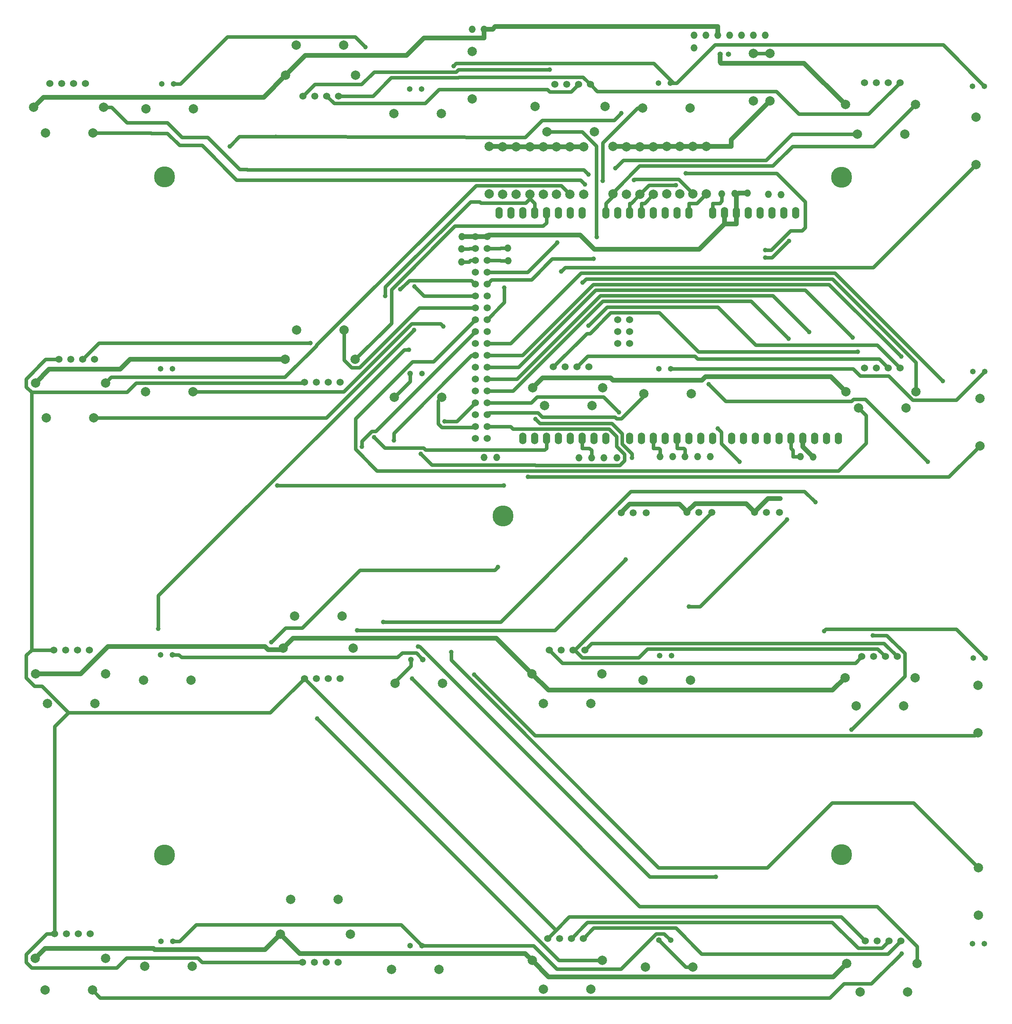
<source format=gbr>
G04 #@! TF.FileFunction,Copper,L1,Top,Signal*
%FSLAX46Y46*%
G04 Gerber Fmt 4.6, Leading zero omitted, Abs format (unit mm)*
G04 Created by KiCad (PCBNEW 0.201502231246+5447~21~ubuntu14.04.1-product) date Thu 19 Mar 2015 19:56:55 AEDT*
%MOMM*%
G01*
G04 APERTURE LIST*
%ADD10C,0.100000*%
%ADD11O,1.219200X1.219200*%
%ADD12O,1.524000X1.524000*%
%ADD13C,1.524000*%
%ADD14C,1.520000*%
%ADD15C,1.998980*%
%ADD16O,1.524000X2.540000*%
%ADD17O,1.168400X1.168400*%
%ADD18C,4.500880*%
%ADD19C,1.000000*%
%ADD20C,1.000000*%
%ADD21C,0.800000*%
G04 APERTURE END LIST*
D10*
D11*
X68707000Y38074600D03*
X71247000Y38074600D03*
X121767600Y37007800D03*
X124307600Y37007800D03*
X175006400Y38227000D03*
X177546400Y38227000D03*
X242265400Y37617400D03*
X244805400Y37617400D03*
X68402200Y-22885400D03*
X70942200Y-22885400D03*
X121843800Y-23901400D03*
X124383800Y-23901400D03*
X175082400Y-22885400D03*
X177622400Y-22885400D03*
X242341400Y-23495000D03*
X244881400Y-23495000D03*
X68402200Y-84048600D03*
X70942200Y-84048600D03*
X122047000Y-85064600D03*
X124587000Y-85064600D03*
X175285400Y-84251800D03*
X177825400Y-84251800D03*
X242417400Y-84785200D03*
X244957400Y-84785200D03*
X68529200Y-145415000D03*
X71069200Y-145415000D03*
X121843800Y-146279000D03*
X124383800Y-146279000D03*
X175107400Y-145161000D03*
X177647400Y-145161000D03*
X242265400Y-145898000D03*
X244805400Y-145898000D03*
D12*
X197891400Y48463200D03*
X195351400Y48463200D03*
X192811400Y48463200D03*
X190271400Y48463200D03*
X187731400Y48463200D03*
X185191400Y48463200D03*
X182651400Y48463200D03*
X201295400Y14401800D03*
X132892400Y2743200D03*
X142798400Y2921000D03*
X132892400Y0D03*
X142824400Y203200D03*
X205384400Y-41706800D03*
X186105400Y-41630600D03*
X183362400Y-41681400D03*
X180695400Y-41681400D03*
X178028400Y-41656000D03*
X175361400Y-41706800D03*
X166116400Y-41935400D03*
X163372400Y-41884600D03*
X160680400Y-41910000D03*
X157988400Y-41960800D03*
X140360400Y-41808400D03*
X137693400Y-41808400D03*
X182651400Y45770800D03*
D13*
X44678600Y38150800D03*
D14*
X47218600Y38150800D03*
D13*
X49758600Y38150800D03*
X52298600Y38150800D03*
X98907600Y35483800D03*
D14*
X101447600Y35483800D03*
D13*
X103987600Y35483800D03*
X106527600Y35483800D03*
X152831400Y37973000D03*
D14*
X155371400Y37973000D03*
D13*
X157911400Y37973000D03*
X160451400Y37973000D03*
X219100400Y38354000D03*
D14*
X221640400Y38354000D03*
D13*
X224180400Y38354000D03*
X226720400Y38354000D03*
X46634400Y-20880000D03*
D14*
X49174400Y-20880000D03*
D13*
X51714400Y-20880000D03*
X54254400Y-20880000D03*
X99237800Y-25730200D03*
D14*
X101777800Y-25730200D03*
D13*
X104317800Y-25730200D03*
X106857800Y-25730200D03*
X152476400Y-22479000D03*
D14*
X155016400Y-22479000D03*
D13*
X157556400Y-22479000D03*
X160096400Y-22479000D03*
X219125400Y-22682200D03*
D14*
X221665400Y-22682200D03*
D13*
X224205400Y-22682200D03*
X226745400Y-22682200D03*
X45593000Y-83032600D03*
D14*
X48133000Y-83032600D03*
D13*
X50673000Y-83032600D03*
X53213000Y-83032600D03*
X99237800Y-89128600D03*
D14*
X101777800Y-89128600D03*
D13*
X104317800Y-89128600D03*
X106857800Y-89128600D03*
X151663400Y-83032600D03*
D14*
X154203400Y-83032600D03*
D13*
X156743400Y-83032600D03*
X159283400Y-83032600D03*
X218541400Y-84455000D03*
D14*
X221081400Y-84455000D03*
D13*
X223621400Y-84455000D03*
X226161400Y-84455000D03*
X45745400Y-143739000D03*
D14*
X48285400Y-143739000D03*
D13*
X50825400Y-143739000D03*
X53365400Y-143739000D03*
X98831400Y-149885000D03*
D14*
X101371400Y-149885000D03*
D13*
X103911400Y-149885000D03*
X106451400Y-149885000D03*
X151282400Y-144780000D03*
D14*
X153822400Y-144780000D03*
D13*
X156362400Y-144780000D03*
X158902400Y-144780000D03*
X219303400Y-145288000D03*
D14*
X221843400Y-145288000D03*
D13*
X224383400Y-145288000D03*
X226923400Y-145288000D03*
D14*
X195630800Y-53568600D03*
X198170800Y-53594000D03*
X200964800Y-53594000D03*
X181152800Y-53568600D03*
X183692800Y-53594000D03*
X186486800Y-53594000D03*
X167055800Y-53695600D03*
X169595800Y-53721000D03*
X172389800Y-53721000D03*
D15*
X218236400Y-156261000D03*
X228396400Y-156261000D03*
X53949600Y27559000D03*
X43789600Y27559000D03*
X107619800Y46355000D03*
X97459800Y46355000D03*
X151155400Y27863800D03*
X161315400Y27863800D03*
X217576400Y27355800D03*
X227736400Y27355800D03*
X54127400Y-33350200D03*
X43967400Y-33350200D03*
X107670600Y-14605000D03*
X97510600Y-14605000D03*
X150647400Y-30708600D03*
X160807400Y-30708600D03*
X217830400Y-31216600D03*
X227990400Y-31216600D03*
X54330600Y-94513400D03*
X44170600Y-94513400D03*
X107289600Y-75819000D03*
X97129600Y-75819000D03*
X150342400Y-94513400D03*
X160502400Y-94513400D03*
X217322400Y-94996000D03*
X227482400Y-94996000D03*
X96266000Y-136398000D03*
X106426000Y-136398000D03*
X43688000Y-155829000D03*
X53848000Y-155829000D03*
X160528400Y-155651000D03*
X150368400Y-155651000D03*
X135153400Y34848800D03*
X135153400Y45008800D03*
X75488800Y32740600D03*
X65328800Y32740600D03*
X128524000Y31724600D03*
X118364000Y31724600D03*
X171602400Y32943800D03*
X181762400Y32943800D03*
X243027400Y20828000D03*
X243027400Y30988000D03*
X75361800Y-27762200D03*
X65201800Y-27762200D03*
X128600200Y-28981400D03*
X118440200Y-28981400D03*
X171881400Y-28168600D03*
X182041400Y-28168600D03*
X243814400Y-39344600D03*
X243814400Y-29184600D03*
X74955400Y-89535000D03*
X64795400Y-89535000D03*
X128803400Y-90144600D03*
X118643400Y-90144600D03*
X171678400Y-89535000D03*
X181838400Y-89535000D03*
X243408400Y-100761800D03*
X243408400Y-90601800D03*
X75158600Y-150724000D03*
X64998600Y-150724000D03*
X127990600Y-151359000D03*
X117830600Y-151359000D03*
X172237400Y-150927000D03*
X182397400Y-150927000D03*
X243535400Y-129642000D03*
X243535400Y-139802000D03*
X182422400Y24688800D03*
X182422400Y14528800D03*
X176834400Y24688800D03*
X176834400Y14528800D03*
X171069400Y24587200D03*
X171069400Y14427200D03*
X165252400Y24739600D03*
X165252400Y14579600D03*
X156032400Y24638000D03*
X156032400Y14478000D03*
X150342400Y24587200D03*
X150342400Y14427200D03*
X144576400Y24587200D03*
X144576400Y14427200D03*
X138785400Y24688800D03*
X138785400Y14528800D03*
X179628400Y24688800D03*
X179628400Y14528800D03*
X185242400Y24688800D03*
X185242400Y14528800D03*
X173913400Y24587200D03*
X173913400Y14427200D03*
X168173400Y24638000D03*
X168173400Y14478000D03*
X159004400Y24638000D03*
X159004400Y14478000D03*
X153187400Y24638000D03*
X153187400Y14478000D03*
X147497400Y24638000D03*
X147497400Y14478000D03*
X141681400Y24587200D03*
X141681400Y14427200D03*
X195376400Y44627800D03*
X195376400Y34467800D03*
D16*
X163728400Y-37795200D03*
X161188400Y-37795200D03*
X158648400Y-37795200D03*
X156108400Y-37795200D03*
X153568400Y-37795200D03*
X151028400Y-37795200D03*
X148488400Y-37795200D03*
X145948400Y-37795200D03*
X140868400Y10464800D03*
X143408400Y10464800D03*
X145948400Y10464800D03*
X148488400Y10464800D03*
X158648400Y10464800D03*
X163728400Y10464800D03*
X166268400Y10464800D03*
X156108400Y10464800D03*
X153568400Y10464800D03*
X151028400Y10464800D03*
X168808400Y10464800D03*
X171348400Y10464800D03*
X173888400Y10464800D03*
X181508400Y10464800D03*
X178968400Y10464800D03*
X176428400Y10464800D03*
X186588400Y10464800D03*
X189128400Y10464800D03*
X191668400Y10464800D03*
X196748400Y10464800D03*
X199288400Y10464800D03*
X168808400Y-37795200D03*
X171348400Y-37795200D03*
X173888400Y-37795200D03*
X176428400Y-37795200D03*
X178968400Y-37795200D03*
X181508400Y-37795200D03*
X184048400Y-37795200D03*
X186588400Y-37795200D03*
X190652400Y-37795200D03*
X193192400Y-37795200D03*
X195732400Y-37795200D03*
X198272400Y-37795200D03*
X200812400Y-37795200D03*
X203352400Y-37795200D03*
X205892400Y-37795200D03*
X208432400Y-37795200D03*
X194208400Y10464800D03*
D13*
X138328400Y-35255200D03*
X135788400Y-35255200D03*
X138328400Y-32715200D03*
X135788400Y-32715200D03*
X138328400Y-30175200D03*
X135788400Y-30175200D03*
X138328400Y-27635200D03*
X135788400Y-27635200D03*
X138328400Y-37795200D03*
X135788400Y-37795200D03*
X135788400Y-25095200D03*
X138328400Y-25095200D03*
X138328400Y-22555200D03*
X135788400Y-22555200D03*
X138328400Y-20015200D03*
X135788400Y-20015200D03*
X138328400Y-17475200D03*
X135788400Y-17475200D03*
X138328400Y-14935200D03*
X135788400Y-14935200D03*
X138328400Y-12395200D03*
X135788400Y-12395200D03*
X138328400Y-9855200D03*
X135788400Y-9855200D03*
X138328400Y-7315200D03*
X135788400Y-7315200D03*
X138328400Y-4775200D03*
X135788400Y-4775200D03*
X138328400Y-2235200D03*
X135788400Y-2235200D03*
X138328400Y304800D03*
X135788400Y304800D03*
X138328400Y2844800D03*
X135788400Y2844800D03*
X138328400Y5384800D03*
X135788400Y5384800D03*
X168808400Y-17475200D03*
X166268400Y-17475200D03*
X168808400Y-14935200D03*
X166268400Y-14935200D03*
X168808400Y-12395200D03*
X166268400Y-12395200D03*
D16*
X201828400Y10464800D03*
X204368400Y10464800D03*
X210972400Y-37795200D03*
X213512400Y-37795200D03*
D12*
X135153400Y49784000D03*
X137693400Y49784000D03*
D15*
X41217200Y33096200D03*
X56217200Y33096200D03*
X95192200Y39928800D03*
X110192200Y39928800D03*
X148633400Y33274000D03*
X163633400Y33274000D03*
X215029400Y33655000D03*
X230029400Y33655000D03*
X41674400Y-25880000D03*
X56674400Y-25880000D03*
X95090600Y-20853400D03*
X110090600Y-20853400D03*
X148125400Y-26949400D03*
X163125400Y-26949400D03*
X215181400Y-27762200D03*
X230181400Y-27762200D03*
X41649000Y-88112600D03*
X56649000Y-88112600D03*
X94684200Y-82626200D03*
X109684200Y-82626200D03*
X147922400Y-88112600D03*
X162922400Y-88112600D03*
X214953400Y-88976200D03*
X229953400Y-88976200D03*
X41623600Y-149047000D03*
X56623600Y-149047000D03*
X94074600Y-143840000D03*
X109074600Y-143840000D03*
X147973400Y-149479000D03*
X162973400Y-149479000D03*
X215359400Y-150089000D03*
X230359400Y-150089000D03*
X198856400Y34467800D03*
X198856400Y44627800D03*
D12*
X198577400Y14452600D03*
X132918400Y5435600D03*
X208102400Y-41783000D03*
X194081400Y14681200D03*
X191363400Y14655800D03*
X188595400Y14579600D03*
D17*
X188188400Y44424600D03*
X189966400Y44424600D03*
D18*
X69240400Y18211800D03*
X214249000Y18135600D03*
X69240400Y-126923800D03*
X214249000Y-126873000D03*
X141706600Y-54330600D03*
D19*
X201073100Y-50624500D03*
X190576900Y24688800D03*
X217673200Y-19202400D03*
X151750100Y41141200D03*
X100504800Y-17390600D03*
X160039700Y-13643900D03*
X187336800Y-131582400D03*
X123503900Y-82310700D03*
X153327300Y4133000D03*
X159276500Y16576400D03*
X119740100Y-5892500D03*
X161847800Y5331700D03*
X161105600Y625400D03*
X165799200Y20030700D03*
X122801600Y-5292100D03*
X122699300Y-14583700D03*
X67901000Y-78492900D03*
X121609700Y-18766300D03*
X142033800Y-5551400D03*
X111491800Y-39525400D03*
X169322800Y-41881500D03*
X148681900Y-33602800D03*
X227010500Y-20283600D03*
X118342900Y-38209800D03*
X227069000Y-147976700D03*
X235859400Y-25517700D03*
X197878000Y2502700D03*
X180904800Y18943600D03*
X93397700Y-47856300D03*
X141885500Y-47820800D03*
X114165400Y-37525800D03*
X163105000Y17302400D03*
X154203400Y-2041000D03*
X128974100Y-13800100D03*
X124154100Y-41065700D03*
X147057400Y-45976700D03*
X140639800Y-65252600D03*
X92108600Y-81367400D03*
X166551300Y-32217200D03*
X129189500Y-34107600D03*
X181547300Y-73764700D03*
X202497000Y-55149600D03*
X202848700Y-16449900D03*
X135552700Y-88304700D03*
X116117500Y-77023600D03*
X208595800Y-51446700D03*
X207238900Y-14975200D03*
X216322000Y-100098400D03*
X220904400Y-79925800D03*
X216610200Y-16218600D03*
X130616500Y-83458400D03*
X197900300Y881200D03*
X202971400Y4470400D03*
X169789400Y17540600D03*
X160012500Y18730400D03*
X178773100Y16390100D03*
X158795200Y-4396400D03*
X83210400Y24688800D03*
X167070500Y31843800D03*
X168015800Y-63697800D03*
X110510600Y-78855800D03*
X187715000Y-35627200D03*
X192363500Y-42781600D03*
X185788200Y-26133700D03*
X232696700Y-42772000D03*
X116545500Y-7319000D03*
X101964900Y-97757500D03*
X122253900Y-89163700D03*
X210455700Y-78974900D03*
X112291700Y45957900D03*
X131152000Y41937500D03*
D20*
X195630800Y-53495100D02*
X193852000Y-51716300D01*
X193852000Y-51716300D02*
X182885700Y-51716300D01*
X182885700Y-51716300D02*
X181152800Y-53449200D01*
X195630800Y-53568600D02*
X195630800Y-53495100D01*
X201073100Y-50624500D02*
X198501400Y-50624500D01*
X198501400Y-50624500D02*
X195630800Y-53495100D01*
X138328400Y5384800D02*
X138700300Y5756700D01*
X138700300Y5756700D02*
X158237700Y5756700D01*
X158237700Y5756700D02*
X161300100Y2694300D01*
X161300100Y2694300D02*
X183728200Y2694300D01*
X183728200Y2694300D02*
X189128400Y8094500D01*
X135788400Y5384800D02*
X138328400Y5384800D01*
X189128400Y10464800D02*
X189128400Y8094500D01*
X191668400Y10464800D02*
X191668400Y8094500D01*
X191668400Y8094500D02*
X189128400Y8094500D01*
X191668400Y14655800D02*
X191668400Y10464800D01*
X181152800Y-53449200D02*
X181152800Y-53568600D01*
X167055800Y-53695600D02*
X167055800Y-53603700D01*
X167055800Y-53603700D02*
X168825900Y-51833600D01*
X168825900Y-51833600D02*
X179537200Y-51833600D01*
X179537200Y-51833600D02*
X181152800Y-53449200D01*
X205892400Y-37795200D02*
X205892400Y-39573000D01*
X205892400Y-39573000D02*
X208102400Y-41783000D01*
X147497400Y24638000D02*
X144627200Y24638000D01*
X144627200Y24638000D02*
X144576400Y24587200D01*
X150342400Y24587200D02*
X150291600Y24638000D01*
X150291600Y24638000D02*
X147497400Y24638000D01*
X153187400Y24638000D02*
X150393200Y24638000D01*
X150393200Y24638000D02*
X150342400Y24587200D01*
X156032400Y24638000D02*
X153187400Y24638000D01*
X191668400Y14655800D02*
X192193700Y14655800D01*
X192193700Y14655800D02*
X192219100Y14681200D01*
X191363400Y14655800D02*
X191668400Y14655800D01*
X176834400Y24688800D02*
X174015000Y24688800D01*
X174015000Y24688800D02*
X173913400Y24587200D01*
X179628400Y24688800D02*
X176834400Y24688800D01*
X132918400Y5435600D02*
X134780700Y5435600D01*
X135788400Y5384800D02*
X134831500Y5384800D01*
X134831500Y5384800D02*
X134780700Y5435600D01*
X194081400Y14681200D02*
X192219100Y14681200D01*
X198856400Y34467800D02*
X190576900Y26188300D01*
X190576900Y26188300D02*
X190576900Y24688800D01*
X185242400Y24688800D02*
X190576900Y24688800D01*
X179628400Y24688800D02*
X182422400Y24688800D01*
X171069400Y24587200D02*
X173913400Y24587200D01*
X165252400Y24739600D02*
X168071800Y24739600D01*
X168071800Y24739600D02*
X168173400Y24638000D01*
X138785400Y24688800D02*
X141579800Y24688800D01*
X141579800Y24688800D02*
X141681400Y24587200D01*
X185242400Y24688800D02*
X182422400Y24688800D01*
X168173400Y24638000D02*
X171018600Y24638000D01*
X171018600Y24638000D02*
X171069400Y24587200D01*
X159004400Y24638000D02*
X156032400Y24638000D01*
X141681400Y24587200D02*
X144576400Y24587200D01*
D21*
X132892400Y2743200D02*
X134454700Y2743200D01*
X135788400Y2844800D02*
X134556300Y2844800D01*
X134556300Y2844800D02*
X134454700Y2743200D01*
X142798400Y2921000D02*
X141236100Y2921000D01*
X138328400Y2844800D02*
X141159900Y2844800D01*
X141159900Y2844800D02*
X141236100Y2921000D01*
X132892400Y0D02*
X134454700Y0D01*
X135788400Y304800D02*
X134759500Y304800D01*
X134759500Y304800D02*
X134454700Y0D01*
X142824400Y203200D02*
X141262100Y203200D01*
X138328400Y304800D02*
X141160500Y304800D01*
X141160500Y304800D02*
X141262100Y203200D01*
X205384400Y-41706800D02*
X203822100Y-41706800D01*
X203352400Y-37795200D02*
X203352400Y-39865500D01*
X203352400Y-39865500D02*
X203822100Y-40335200D01*
X203822100Y-40335200D02*
X203822100Y-41706800D01*
X178968400Y-37795200D02*
X178968400Y-39865500D01*
X180695400Y-41681400D02*
X180695400Y-40119100D01*
X178968400Y-39865500D02*
X180441800Y-39865500D01*
X180441800Y-39865500D02*
X180695400Y-40119100D01*
X173888400Y-37795200D02*
X173888400Y-39865500D01*
X175361400Y-41706800D02*
X175361400Y-40144500D01*
X173888400Y-39865500D02*
X175082400Y-39865500D01*
X175082400Y-39865500D02*
X175361400Y-40144500D01*
X158648400Y-37795200D02*
X158648400Y-39865500D01*
X160680400Y-41910000D02*
X160680400Y-40347700D01*
X158648400Y-39865500D02*
X160198200Y-39865500D01*
X160198200Y-39865500D02*
X160680400Y-40347700D01*
X152476400Y-22479000D02*
X159658400Y-15297000D01*
X159658400Y-15297000D02*
X160352400Y-15297000D01*
X160352400Y-15297000D02*
X164819400Y-10830000D01*
X164819400Y-10830000D02*
X175211300Y-10830000D01*
X175211300Y-10830000D02*
X183583700Y-19202400D01*
X183583700Y-19202400D02*
X217673200Y-19202400D01*
X40795200Y-83032600D02*
X45593000Y-83032600D01*
X48688000Y-96485400D02*
X42994300Y-90791700D01*
X42994300Y-90791700D02*
X41419700Y-90791700D01*
X41419700Y-90791700D02*
X39620000Y-88992000D01*
X39620000Y-88992000D02*
X39620000Y-84207800D01*
X39620000Y-84207800D02*
X40795200Y-83032600D01*
X40795200Y-83032600D02*
X40795200Y-27904700D01*
X40795200Y-27904700D02*
X61269000Y-27904700D01*
X61269000Y-27904700D02*
X63218600Y-25955100D01*
X63218600Y-25955100D02*
X99012900Y-25955100D01*
X99012900Y-25955100D02*
X99237800Y-25730200D01*
X46634400Y-20880000D02*
X43811800Y-20880000D01*
X43811800Y-20880000D02*
X39627900Y-25063900D01*
X39627900Y-25063900D02*
X39627900Y-26737400D01*
X39627900Y-26737400D02*
X40795200Y-27904700D01*
X48688000Y-96485400D02*
X91881000Y-96485400D01*
X91881000Y-96485400D02*
X99237800Y-89128600D01*
X45745400Y-143739000D02*
X45745400Y-99428000D01*
X45745400Y-99428000D02*
X48688000Y-96485400D01*
X151663400Y-83032600D02*
X154475200Y-85844400D01*
X154475200Y-85844400D02*
X217152000Y-85844400D01*
X217152000Y-85844400D02*
X218541400Y-84455000D01*
X153085800Y-142976600D02*
X155920800Y-140141600D01*
X155920800Y-140141600D02*
X214157000Y-140141600D01*
X214157000Y-140141600D02*
X219303400Y-145288000D01*
X45745400Y-143739000D02*
X44058700Y-143739000D01*
X44058700Y-143739000D02*
X39612000Y-148185700D01*
X39612000Y-148185700D02*
X39612000Y-149868600D01*
X39612000Y-149868600D02*
X40793100Y-151049700D01*
X40793100Y-151049700D02*
X59036900Y-151049700D01*
X59036900Y-151049700D02*
X61176900Y-148909700D01*
X61176900Y-148909700D02*
X76378900Y-148909700D01*
X76378900Y-148909700D02*
X77354200Y-149885000D01*
X77354200Y-149885000D02*
X98831400Y-149885000D01*
X153085800Y-142976600D02*
X151282400Y-144780000D01*
X153085800Y-142976600D02*
X99237800Y-89128600D01*
X98907600Y35483800D02*
X101420300Y37996500D01*
X101420300Y37996500D02*
X111479600Y37996500D01*
X111479600Y37996500D02*
X114120300Y40637200D01*
X114120300Y40637200D02*
X131690700Y40637200D01*
X131690700Y40637200D02*
X132194700Y41141200D01*
X132194700Y41141200D02*
X151750100Y41141200D01*
X157556400Y-22479000D02*
X159884600Y-20150800D01*
X159884600Y-20150800D02*
X182834400Y-20150800D01*
X182834400Y-20150800D02*
X183434700Y-20751100D01*
X183434700Y-20751100D02*
X222274300Y-20751100D01*
X222274300Y-20751100D02*
X224205400Y-22682200D01*
X156362400Y-144780000D02*
X159800500Y-141341900D01*
X159800500Y-141341900D02*
X212229200Y-141341900D01*
X212229200Y-141341900D02*
X217741000Y-146853700D01*
X217741000Y-146853700D02*
X222817700Y-146853700D01*
X222817700Y-146853700D02*
X224383400Y-145288000D01*
X100504800Y-17390600D02*
X55203800Y-17390600D01*
X55203800Y-17390600D02*
X51714400Y-20880000D01*
X157911400Y37973000D02*
X156345500Y36407100D01*
X156345500Y36407100D02*
X151730700Y36407100D01*
X151730700Y36407100D02*
X151233600Y36904200D01*
X151233600Y36904200D02*
X128044100Y36904200D01*
X128044100Y36904200D02*
X125055400Y33915500D01*
X125055400Y33915500D02*
X105555900Y33915500D01*
X105555900Y33915500D02*
X103987600Y35483800D01*
X157048200Y-83032600D02*
X156743400Y-83032600D01*
X186486800Y-53594000D02*
X157048200Y-83032600D01*
X157048200Y-83032600D02*
X158659600Y-84644000D01*
X158659600Y-84644000D02*
X170770000Y-84644000D01*
X170770000Y-84644000D02*
X172622200Y-82791800D01*
X172622200Y-82791800D02*
X221958200Y-82791800D01*
X221958200Y-82791800D02*
X223621400Y-84455000D01*
X226720400Y38354000D02*
X219982200Y31615800D01*
X219982200Y31615800D02*
X205091500Y31615800D01*
X205091500Y31615800D02*
X200214400Y36492900D01*
X200214400Y36492900D02*
X161931500Y36492900D01*
X161931500Y36492900D02*
X160451400Y37973000D01*
X226745400Y-22682200D02*
X221813500Y-17750300D01*
X221813500Y-17750300D02*
X195882000Y-17750300D01*
X195882000Y-17750300D02*
X187758500Y-9626800D01*
X187758500Y-9626800D02*
X164056800Y-9626800D01*
X164056800Y-9626800D02*
X160039700Y-13643900D01*
X158902400Y-144780000D02*
X161140200Y-142542200D01*
X161140200Y-142542200D02*
X178705900Y-142542200D01*
X178705900Y-142542200D02*
X184221100Y-148057400D01*
X184221100Y-148057400D02*
X224154000Y-148057400D01*
X224154000Y-148057400D02*
X226923400Y-145288000D01*
X106527600Y35483800D02*
X113856800Y35483800D01*
X113856800Y35483800D02*
X117809900Y39436900D01*
X117809900Y39436900D02*
X132187900Y39436900D01*
X132187900Y39436900D02*
X132286400Y39535400D01*
X132286400Y39535400D02*
X158889000Y39535400D01*
X158889000Y39535400D02*
X160451400Y37973000D01*
X226161400Y-84455000D02*
X223297900Y-81591500D01*
X223297900Y-81591500D02*
X160724500Y-81591500D01*
X160724500Y-81591500D02*
X159283400Y-83032600D01*
X123503900Y-82310700D02*
X123890300Y-82310700D01*
X123890300Y-82310700D02*
X173162000Y-131582400D01*
X173162000Y-131582400D02*
X187336800Y-131582400D01*
X72466200Y24968200D02*
X77292200Y24968200D01*
X77292200Y24968200D02*
X84719600Y17540800D01*
X66408300Y27546300D02*
X69888100Y27546300D01*
X69888100Y27546300D02*
X72466200Y24968200D01*
X159276500Y16576400D02*
X158312100Y17540800D01*
X146959100Y-2235200D02*
X153327300Y4133000D01*
X138328400Y-2235200D02*
X146959100Y-2235200D01*
X158312100Y17540800D02*
X84719600Y17540800D01*
X66408300Y27546300D02*
X66395600Y27559000D01*
X66395600Y27559000D02*
X53949600Y27559000D01*
X135788400Y-4775200D02*
X135005000Y-3991800D01*
X135005000Y-3991800D02*
X121640800Y-3991800D01*
X121640800Y-3991800D02*
X119740100Y-5892500D01*
X151155400Y27863800D02*
X158688500Y27863800D01*
X158688500Y27863800D02*
X161749600Y24802700D01*
X161749600Y24802700D02*
X161749600Y5429900D01*
X161749600Y5429900D02*
X161847800Y5331700D01*
X138328400Y-4775200D02*
X139316000Y-3787600D01*
X139316000Y-3787600D02*
X147850400Y-3787600D01*
X147850400Y-3787600D02*
X152263400Y625400D01*
X152263400Y625400D02*
X161105600Y625400D01*
X165799200Y20030700D02*
X167508200Y21739700D01*
X167508200Y21739700D02*
X197840600Y21739700D01*
X135788400Y-7315200D02*
X124824700Y-7315200D01*
X124824700Y-7315200D02*
X122801600Y-5292100D01*
X198041100Y21739700D02*
X203657200Y27355800D01*
X203657200Y27355800D02*
X217576400Y27355800D01*
X197840600Y21739700D02*
X198041100Y21739700D01*
X54127400Y-33350200D02*
X103932800Y-33350200D01*
X103932800Y-33350200D02*
X122699300Y-14583700D01*
X135788400Y-9855200D02*
X123820600Y-9855200D01*
X123820600Y-9855200D02*
X111019500Y-22656300D01*
X111019500Y-22656300D02*
X109343300Y-22656300D01*
X109343300Y-22656300D02*
X107670600Y-20983600D01*
X107670600Y-20983600D02*
X107670600Y-14605000D01*
X135788400Y-12395200D02*
X126810200Y-21373400D01*
X126810200Y-21373400D02*
X122324500Y-21373400D01*
X122324500Y-21373400D02*
X110143300Y-33554600D01*
X110143300Y-33554600D02*
X110143300Y-40069500D01*
X110143300Y-40069500D02*
X114750100Y-44676300D01*
X114750100Y-44676300D02*
X148161500Y-44676300D01*
X148161500Y-44676300D02*
X148220900Y-44735700D01*
X148220900Y-44735700D02*
X213504800Y-44735700D01*
X213504800Y-44735700D02*
X219468900Y-38771600D01*
X219468900Y-38771600D02*
X219468900Y-32855100D01*
X219468900Y-32855100D02*
X217830400Y-31216600D01*
X121609700Y-18766300D02*
X120556400Y-18766300D01*
X120556400Y-18766300D02*
X67901000Y-71421700D01*
X67901000Y-71421700D02*
X67901000Y-78492900D01*
X138328400Y-12395200D02*
X142033800Y-8689800D01*
X142033800Y-8689800D02*
X142033800Y-5551400D01*
X135788400Y-14935200D02*
X114498100Y-36225500D01*
X114498100Y-36225500D02*
X113626800Y-36225500D01*
X113626800Y-36225500D02*
X111491800Y-38360500D01*
X111491800Y-38360500D02*
X111491800Y-39525400D01*
X169322800Y-41881500D02*
X169322800Y-41063800D01*
X169322800Y-41063800D02*
X167246000Y-38987000D01*
X167246000Y-38987000D02*
X167246000Y-36774900D01*
X167246000Y-36774900D02*
X164995500Y-34524400D01*
X164995500Y-34524400D02*
X149603500Y-34524400D01*
X149603500Y-34524400D02*
X148681900Y-33602800D01*
X227010500Y-20283600D02*
X211552400Y-4825500D01*
X211552400Y-4825500D02*
X161086500Y-4825500D01*
X161086500Y-4825500D02*
X145896800Y-20015200D01*
X145896800Y-20015200D02*
X138328400Y-20015200D01*
X135788400Y-20015200D02*
X134992900Y-20015200D01*
X134992900Y-20015200D02*
X118342900Y-36665200D01*
X118342900Y-36665200D02*
X118342900Y-38209800D01*
X138328400Y-17475200D02*
X143357100Y-17475200D01*
X143357100Y-17475200D02*
X158407400Y-2424900D01*
X158407400Y-2424900D02*
X212766600Y-2424900D01*
X212766600Y-2424900D02*
X235859400Y-25517700D01*
X227069000Y-147976700D02*
X220594300Y-154451400D01*
X220594300Y-154451400D02*
X214730300Y-154451400D01*
X214730300Y-154451400D02*
X211719100Y-157462600D01*
X211719100Y-157462600D02*
X55481600Y-157462600D01*
X55481600Y-157462600D02*
X53848000Y-155829000D01*
X198991100Y18943600D02*
X200309200Y18943600D01*
X206400400Y7340600D02*
X205765400Y6705600D01*
X206400400Y12852400D02*
X206400400Y7340600D01*
X200309200Y18943600D02*
X206400400Y12852400D01*
X180904800Y18943600D02*
X198991100Y18943600D01*
X203332400Y6705600D02*
X199129500Y2502700D01*
X199129500Y2502700D02*
X197878000Y2502700D01*
X205765400Y6705600D02*
X203332400Y6705600D01*
X141885500Y-47820800D02*
X93433200Y-47820800D01*
X93433200Y-47820800D02*
X93397700Y-47856300D01*
X151028400Y-39865500D02*
X150667600Y-40226300D01*
X150667600Y-40226300D02*
X125153700Y-40226300D01*
X125153700Y-40226300D02*
X124692800Y-39765400D01*
X124692800Y-39765400D02*
X116405000Y-39765400D01*
X116405000Y-39765400D02*
X114165400Y-37525800D01*
X151028400Y-37795200D02*
X151028400Y-39865500D01*
X163105000Y17302400D02*
X163105000Y25503500D01*
X163105000Y25503500D02*
X170545300Y32943800D01*
X170545300Y32943800D02*
X171602400Y32943800D01*
X154203400Y-2041000D02*
X155019800Y-1224600D01*
X155019800Y-1224600D02*
X220974800Y-1224600D01*
X220974800Y-1224600D02*
X243027400Y20828000D01*
X138328400Y-35255200D02*
X143361900Y-35255200D01*
X143361900Y-35255200D02*
X143831500Y-35724800D01*
X143831500Y-35724800D02*
X164422000Y-35724800D01*
X164422000Y-35724800D02*
X166045600Y-37348400D01*
X166045600Y-37348400D02*
X166045600Y-39484300D01*
X166045600Y-39484300D02*
X167709700Y-41148400D01*
X167709700Y-41148400D02*
X167709700Y-42554700D01*
X167709700Y-42554700D02*
X166737400Y-43527000D01*
X166737400Y-43527000D02*
X148709700Y-43527000D01*
X148709700Y-43527000D02*
X148611700Y-43429000D01*
X148611700Y-43429000D02*
X126517400Y-43429000D01*
X126517400Y-43429000D02*
X124154100Y-41065700D01*
X128974100Y-13800100D02*
X128395200Y-13221200D01*
X128395200Y-13221200D02*
X122152200Y-13221200D01*
X122152200Y-13221200D02*
X107611200Y-27762200D01*
X107611200Y-27762200D02*
X75361800Y-27762200D01*
X128600200Y-28981400D02*
X127847500Y-29734100D01*
X127847500Y-29734100D02*
X127847500Y-34642700D01*
X127847500Y-34642700D02*
X128612800Y-35408000D01*
X128612800Y-35408000D02*
X135635600Y-35408000D01*
X135635600Y-35408000D02*
X135788400Y-35255200D01*
X138328400Y-32715200D02*
X138741100Y-32302500D01*
X138741100Y-32302500D02*
X149220600Y-32302500D01*
X149220600Y-32302500D02*
X150110700Y-33192600D01*
X150110700Y-33192600D02*
X165687800Y-33192600D01*
X165687800Y-33192600D02*
X166012700Y-33517500D01*
X166012700Y-33517500D02*
X167090000Y-33517500D01*
X167090000Y-33517500D02*
X171881400Y-28726100D01*
X171881400Y-28726100D02*
X171881400Y-28168600D01*
X147057400Y-45976700D02*
X237182300Y-45976700D01*
X237182300Y-45976700D02*
X243814400Y-39344600D01*
X139950800Y-65941600D02*
X111102800Y-65941600D01*
X140639800Y-65252600D02*
X139950800Y-65941600D01*
X111102800Y-65941600D02*
X98722000Y-78322400D01*
X98722000Y-78322400D02*
X95153600Y-78322400D01*
X95153600Y-78322400D02*
X92108600Y-81367400D01*
X138328400Y-30175200D02*
X147728000Y-30175200D01*
X147728000Y-30175200D02*
X149001700Y-28901500D01*
X149001700Y-28901500D02*
X163235600Y-28901500D01*
X163235600Y-28901500D02*
X166551300Y-32217200D01*
X129189500Y-34107600D02*
X131856000Y-34107600D01*
X131856000Y-34107600D02*
X135788400Y-30175200D01*
X202848700Y-16449900D02*
X194825200Y-8426400D01*
X194825200Y-8426400D02*
X163103100Y-8426400D01*
X163103100Y-8426400D02*
X143894300Y-27635200D01*
X143894300Y-27635200D02*
X138328400Y-27635200D01*
X202497000Y-55149600D02*
X183881900Y-73764700D01*
X183881900Y-73764700D02*
X181547300Y-73764700D01*
X243408400Y-100761800D02*
X242771500Y-101398700D01*
X242771500Y-101398700D02*
X148646700Y-101398700D01*
X148646700Y-101398700D02*
X135552700Y-88304700D01*
X208595800Y-51446700D02*
X206273300Y-49124200D01*
X206273300Y-49124200D02*
X169137700Y-49124200D01*
X169137700Y-49124200D02*
X141238300Y-77023600D01*
X141238300Y-77023600D02*
X116117500Y-77023600D01*
X207238900Y-14975200D02*
X199489800Y-7226100D01*
X199489800Y-7226100D02*
X162578100Y-7226100D01*
X162578100Y-7226100D02*
X144709100Y-25095100D01*
X144709100Y-25095100D02*
X138328400Y-25095100D01*
X138328400Y-25095100D02*
X138328400Y-25095200D01*
X216610200Y-16218600D02*
X206417400Y-6025800D01*
X206417400Y-6025800D02*
X161583800Y-6025800D01*
X161583800Y-6025800D02*
X145054400Y-22555200D01*
X145054400Y-22555200D02*
X138328400Y-22555200D01*
X216322000Y-100098400D02*
X227748400Y-88672000D01*
X227748400Y-88672000D02*
X227748400Y-83777700D01*
X227748400Y-83777700D02*
X223896500Y-79925800D01*
X223896500Y-79925800D02*
X220904400Y-79925800D01*
X195402200Y-129642000D02*
X198322800Y-129642000D01*
X229641200Y-115747800D02*
X243535400Y-129642000D01*
X212217000Y-115747800D02*
X229641200Y-115747800D01*
X198322800Y-129642000D02*
X212217000Y-115747800D01*
X130616500Y-83458400D02*
X130616500Y-85213400D01*
X130616500Y-85213400D02*
X175045100Y-129642000D01*
X175045100Y-129642000D02*
X195402200Y-129642000D01*
D20*
X137693400Y49784000D02*
X139555700Y49784000D01*
X187731400Y48463200D02*
X187731400Y50325500D01*
X187731400Y50325500D02*
X140097200Y50325500D01*
X140097200Y50325500D02*
X139555700Y49784000D01*
X215181400Y-27762200D02*
X211952600Y-24533400D01*
X211952600Y-24533400D02*
X185125300Y-24533400D01*
X185125300Y-24533400D02*
X184359100Y-25299600D01*
X184359100Y-25299600D02*
X165262500Y-25299600D01*
X165262500Y-25299600D02*
X164803100Y-24840200D01*
X164803100Y-24840200D02*
X150234600Y-24840200D01*
X150234600Y-24840200D02*
X148125400Y-26949400D01*
X41649000Y-88112600D02*
X51331500Y-88112600D01*
X51331500Y-88112600D02*
X57168100Y-82276000D01*
X57168100Y-82276000D02*
X90754000Y-82276000D01*
X90754000Y-82276000D02*
X91445700Y-82967700D01*
X91445700Y-82967700D02*
X94342700Y-82967700D01*
X94342700Y-82967700D02*
X94684200Y-82626200D01*
X94074600Y-143840000D02*
X98223500Y-147988900D01*
X98223500Y-147988900D02*
X146483300Y-147988900D01*
X146483300Y-147988900D02*
X147973400Y-149479000D01*
X41623600Y-149047000D02*
X43727100Y-146943500D01*
X43727100Y-146943500D02*
X66917000Y-146943500D01*
X66917000Y-146943500D02*
X67119300Y-147145800D01*
X67119300Y-147145800D02*
X90768800Y-147145800D01*
X90768800Y-147145800D02*
X94074600Y-143840000D01*
X94684200Y-82626200D02*
X96784100Y-80526300D01*
X96784100Y-80526300D02*
X140336100Y-80526300D01*
X140336100Y-80526300D02*
X147922400Y-88112600D01*
X41674400Y-25880000D02*
X44559600Y-22994800D01*
X44559600Y-22994800D02*
X59769500Y-22994800D01*
X59769500Y-22994800D02*
X61910900Y-20853400D01*
X61910900Y-20853400D02*
X95090600Y-20853400D01*
X147922400Y-88112600D02*
X151444700Y-91634900D01*
X151444700Y-91634900D02*
X212294700Y-91634900D01*
X212294700Y-91634900D02*
X214953400Y-88976200D01*
X147973400Y-149479000D02*
X151521300Y-153026900D01*
X151521300Y-153026900D02*
X212421500Y-153026900D01*
X212421500Y-153026900D02*
X215359400Y-150089000D01*
X137693400Y47921700D02*
X124822700Y47921700D01*
X124822700Y47921700D02*
X121051400Y44150400D01*
X121051400Y44150400D02*
X99413800Y44150400D01*
X99413800Y44150400D02*
X95192200Y39928800D01*
X188188400Y44424600D02*
X188188400Y42740100D01*
X188188400Y42740100D02*
X188400600Y42527900D01*
X188400600Y42527900D02*
X206156500Y42527900D01*
X206156500Y42527900D02*
X215029400Y33655000D01*
X137693400Y49784000D02*
X137693400Y47921700D01*
X41217200Y33096200D02*
X43342400Y35221400D01*
X43342400Y35221400D02*
X90484800Y35221400D01*
X90484800Y35221400D02*
X95192200Y39928800D01*
D21*
X202971400Y4470400D02*
X202971400Y4569200D01*
X199283400Y881200D02*
X202971400Y4569200D01*
X197900300Y881200D02*
X199283400Y881200D01*
X202922000Y4519800D02*
X202971400Y4470400D01*
X202971400Y4470400D02*
X202922000Y4519800D01*
X66852800Y29794200D02*
X69850000Y29794200D01*
X69850000Y29794200D02*
X72961500Y26682700D01*
X72961500Y26682700D02*
X78498700Y26682700D01*
X86944200Y19837400D02*
X86944200Y19724600D01*
X85344000Y19837400D02*
X86944200Y19837400D01*
X78498700Y26682700D02*
X85344000Y19837400D01*
X160012500Y18730400D02*
X159018300Y19724600D01*
X169939300Y17690500D02*
X169789400Y17540600D01*
X179334100Y17690500D02*
X169939300Y17690500D01*
X182422400Y14602200D02*
X179334100Y17690500D01*
X159018300Y19724600D02*
X86944200Y19724600D01*
X61216700Y29794200D02*
X57914700Y33096200D01*
X57914700Y33096200D02*
X56217200Y33096200D01*
X182422400Y14528800D02*
X182422400Y14602200D01*
X66852800Y29794200D02*
X61216700Y29794200D01*
X168808400Y10464800D02*
X168808400Y12535100D01*
X171069400Y14427200D02*
X169177300Y12535100D01*
X169177300Y12535100D02*
X168808400Y12535100D01*
X178773100Y16390100D02*
X173032300Y16390100D01*
X173032300Y16390100D02*
X171069400Y14427200D01*
X163728400Y10464800D02*
X163728400Y12535100D01*
X163728400Y12535100D02*
X165252400Y14059100D01*
X165252400Y14059100D02*
X165252400Y14579600D01*
X230029400Y33655000D02*
X221114000Y24739600D01*
X198729600Y20539300D02*
X170947400Y20539300D01*
X170947400Y20539300D02*
X165252400Y14844300D01*
X165252400Y14844300D02*
X165252400Y14579600D01*
X199507700Y20539300D02*
X203708000Y24739600D01*
X203708000Y24739600D02*
X221114000Y24739600D01*
X198729600Y20539300D02*
X199507700Y20539300D01*
X156032400Y14478000D02*
X154169900Y16340500D01*
X154169900Y16340500D02*
X135974500Y16340500D01*
X135974500Y16340500D02*
X101805100Y-17828900D01*
X101805100Y-17828900D02*
X101805100Y-17929300D01*
X101805100Y-17929300D02*
X95054700Y-24679700D01*
X95054700Y-24679700D02*
X57874700Y-24679700D01*
X57874700Y-24679700D02*
X56674400Y-25880000D01*
X151028400Y8394500D02*
X150288900Y7655000D01*
X150288900Y7655000D02*
X131448700Y7655000D01*
X131448700Y7655000D02*
X117845800Y-5947900D01*
X117845800Y-5947900D02*
X117845800Y-13098200D01*
X117845800Y-13098200D02*
X110090600Y-20853400D01*
X151028400Y10464800D02*
X151028400Y8394500D01*
X230181400Y-27762200D02*
X230181400Y-21537500D01*
X230181400Y-21537500D02*
X212269100Y-3625200D01*
X212269100Y-3625200D02*
X159566400Y-3625200D01*
X159566400Y-3625200D02*
X158795200Y-4396400D01*
X93091000Y26924000D02*
X93091000Y26789765D01*
X92956765Y26789765D02*
X93091000Y26924000D01*
X85311365Y26789765D02*
X92956765Y26789765D01*
X83210400Y24688800D02*
X85311365Y26789765D01*
X93091000Y26789765D02*
X95579732Y26789765D01*
X167070500Y31843800D02*
X165519700Y30293000D01*
X146521300Y26688600D02*
X95579732Y26789765D01*
X150125700Y30293000D02*
X146521300Y26688600D01*
X165519700Y30293000D02*
X150125700Y30293000D01*
X168015800Y-63697800D02*
X152857800Y-78855800D01*
X152857800Y-78855800D02*
X110510600Y-78855800D01*
X181508400Y10464800D02*
X181508400Y12535100D01*
X181508400Y12535100D02*
X183248700Y12535100D01*
X183248700Y12535100D02*
X185242400Y14528800D01*
X192363500Y-42781600D02*
X188477800Y-38895900D01*
X188477800Y-38895900D02*
X188477800Y-36390000D01*
X188477800Y-36390000D02*
X187715000Y-35627200D01*
X171348400Y10464800D02*
X171348400Y12535100D01*
X171348400Y12535100D02*
X172021300Y12535100D01*
X172021300Y12535100D02*
X173913400Y14427200D01*
X232696700Y-42772000D02*
X219323000Y-29398300D01*
X219323000Y-29398300D02*
X216738400Y-29398300D01*
X216738400Y-29398300D02*
X216362500Y-29774200D01*
X216362500Y-29774200D02*
X189428700Y-29774200D01*
X189428700Y-29774200D02*
X185788200Y-26133700D01*
X147497400Y13526100D02*
X147497400Y14478000D01*
X148488400Y12535100D02*
X147497400Y13526100D01*
X116545500Y-7319000D02*
X116545500Y-5339600D01*
X116545500Y-5339600D02*
X134770800Y12885700D01*
X134770800Y12885700D02*
X136744600Y12885700D01*
X136744600Y12885700D02*
X137039000Y12591300D01*
X137039000Y12591300D02*
X146562600Y12591300D01*
X146562600Y12591300D02*
X147497400Y13526100D01*
X162973400Y-149479000D02*
X153686400Y-149479000D01*
X153686400Y-149479000D02*
X101964900Y-97757500D01*
X148488400Y10464800D02*
X148488400Y12535100D01*
X158391400Y-125301200D02*
X158391400Y-125396800D01*
X170967400Y-137972800D02*
X221857900Y-137972800D01*
X158391400Y-125396800D02*
X170967400Y-137972800D01*
X221857900Y-137972800D02*
X230359400Y-146474300D01*
X122253900Y-89163700D02*
X158391400Y-125301200D01*
X230359400Y-146474300D02*
X230359400Y-150089000D01*
X198856400Y44627800D02*
X195376400Y44627800D01*
X186588400Y10464800D02*
X186588400Y12535100D01*
X188595400Y14579600D02*
X188595400Y13017300D01*
X186588400Y12535100D02*
X188113200Y12535100D01*
X188113200Y12535100D02*
X188595400Y13017300D01*
X244957400Y-84785200D02*
X238797600Y-78625400D01*
X238797600Y-78625400D02*
X210805200Y-78625400D01*
X210805200Y-78625400D02*
X210455700Y-78974900D01*
X70942200Y-84048600D02*
X72352100Y-84048600D01*
X72352100Y-84048600D02*
X72936100Y-84632600D01*
X72936100Y-84632600D02*
X119176200Y-84632600D01*
X119176200Y-84632600D02*
X120159700Y-83649100D01*
X120159700Y-83649100D02*
X123171500Y-83649100D01*
X123171500Y-83649100D02*
X124587000Y-85064600D01*
X244881400Y-23495000D02*
X238790500Y-29585900D01*
X238790500Y-29585900D02*
X229459600Y-29585900D01*
X229459600Y-29585900D02*
X224273200Y-24399500D01*
X224273200Y-24399500D02*
X218163300Y-24399500D01*
X218163300Y-24399500D02*
X216649200Y-22885400D01*
X216649200Y-22885400D02*
X177622400Y-22885400D01*
X124383800Y-146279000D02*
X119926800Y-141822000D01*
X119926800Y-141822000D02*
X76072100Y-141822000D01*
X76072100Y-141822000D02*
X72479100Y-145415000D01*
X177647400Y-145161000D02*
X176228900Y-143742500D01*
X176228900Y-143742500D02*
X174522800Y-143742500D01*
X174522800Y-143742500D02*
X166981300Y-151284000D01*
X166981300Y-151284000D02*
X153256300Y-151284000D01*
X153256300Y-151284000D02*
X148251300Y-146279000D01*
X148251300Y-146279000D02*
X124383800Y-146279000D01*
X71069200Y-145415000D02*
X72479100Y-145415000D01*
X71247000Y38074600D02*
X72656900Y38074600D01*
X72656900Y38074600D02*
X82770500Y48188200D01*
X82770500Y48188200D02*
X110061400Y48188200D01*
X110061400Y48188200D02*
X112291700Y45957900D01*
X178251400Y38227000D02*
X173984700Y42493700D01*
X173984700Y42493700D02*
X131708200Y42493700D01*
X131708200Y42493700D02*
X131152000Y41937500D01*
X178251400Y38227000D02*
X178956300Y38227000D01*
X177546400Y38227000D02*
X178251400Y38227000D01*
X244805400Y37617400D02*
X235981300Y46441500D01*
X235981300Y46441500D02*
X187170800Y46441500D01*
X187170800Y46441500D02*
X178956300Y38227000D01*
X118440200Y-28981400D02*
X121843800Y-25577800D01*
X121843800Y-25577800D02*
X121843800Y-23901400D01*
X122047000Y-85064600D02*
X122047000Y-86474500D01*
X118643400Y-90144600D02*
X118643400Y-89878100D01*
X118643400Y-89878100D02*
X122047000Y-86474500D01*
X182397400Y-150927000D02*
X180873400Y-150927000D01*
X180873400Y-150927000D02*
X175107400Y-145161000D01*
M02*

</source>
